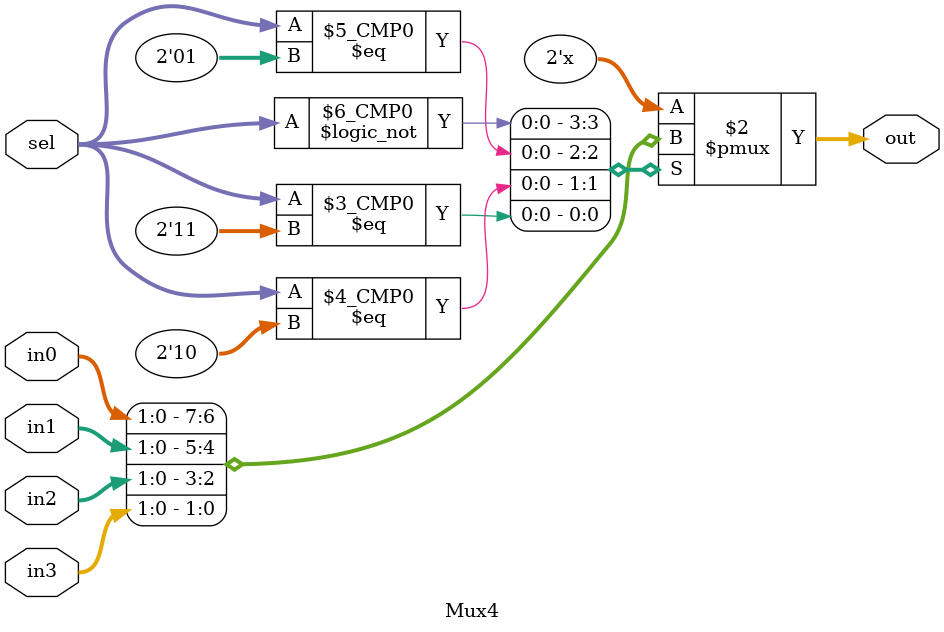
<source format=v>
`timescale 1ns / 1ps


module Mux4(

    input [1:0] in0,
    input [1:0] in1,
    input [1:0] in2,
    input [1:0] in3,
    input [1:0] sel,
    output reg [1:0] out

    );
    
    always @(*)
    begin
    
        case(sel)
            0: out = in0;
            1: out = in1;
            2: out = in2;
            3: out = in3;
        endcase
    
    end
    
endmodule

</source>
